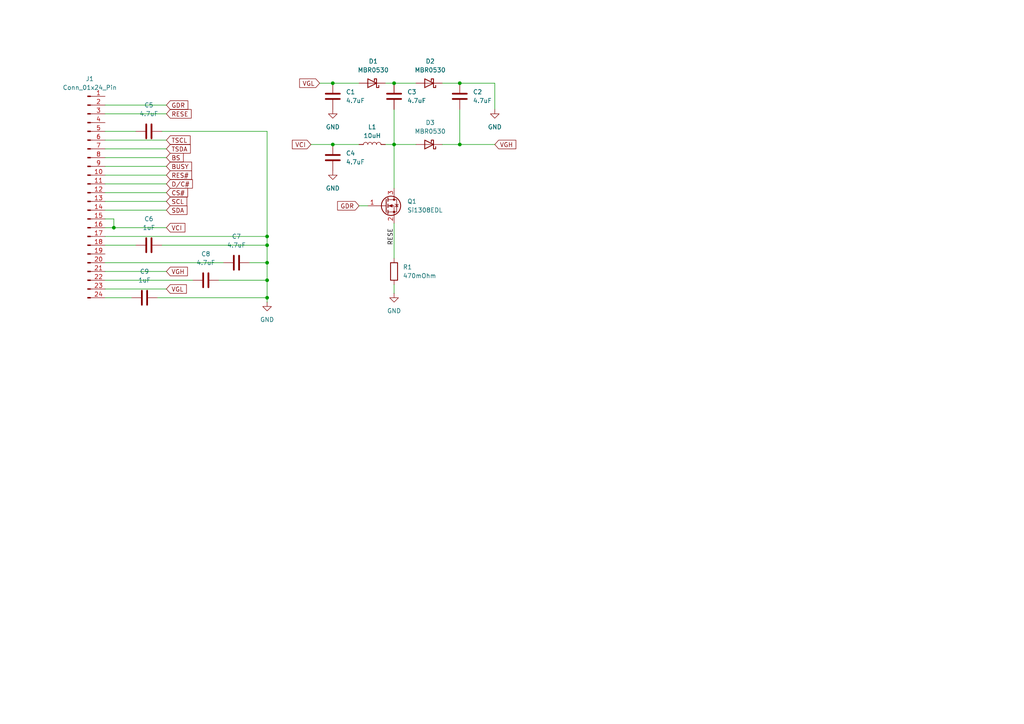
<source format=kicad_sch>
(kicad_sch (version 20231120) (generator "eeschema") (generator_version "8.0")
  (paper "A4")
  (lib_symbols
    (symbol "Connector:Conn_01x24_Pin" (pin_names (offset 1.016) hide)
      (property "Reference" "J" (at 0 30.48 0))
      (property "Value" "Conn_01x24_Pin" (at 0 -33.02 0))
      (symbol "Conn_01x24_Pin_1_1"
        (polyline (pts (xy 1.27 -30.48) (xy 0.8636 -30.48)) (stroke (width 0.1524)))
        (polyline (pts (xy 1.27 -27.94) (xy 0.8636 -27.94)) (stroke (width 0.1524)))
        (polyline (pts (xy 1.27 -25.4) (xy 0.8636 -25.4)) (stroke (width 0.1524)))
        (polyline (pts (xy 1.27 -22.86) (xy 0.8636 -22.86)) (stroke (width 0.1524)))
        (polyline (pts (xy 1.27 -20.32) (xy 0.8636 -20.32)) (stroke (width 0.1524)))
        (polyline (pts (xy 1.27 -17.78) (xy 0.8636 -17.78)) (stroke (width 0.1524)))
        (polyline (pts (xy 1.27 -15.24) (xy 0.8636 -15.24)) (stroke (width 0.1524)))
        (polyline (pts (xy 1.27 -12.7) (xy 0.8636 -12.7)) (stroke (width 0.1524)))
        (polyline (pts (xy 1.27 -10.16) (xy 0.8636 -10.16)) (stroke (width 0.1524)))
        (polyline (pts (xy 1.27 -7.62) (xy 0.8636 -7.62)) (stroke (width 0.1524)))
        (polyline (pts (xy 1.27 -5.08) (xy 0.8636 -5.08)) (stroke (width 0.1524)))
        (polyline (pts (xy 1.27 -2.54) (xy 0.8636 -2.54)) (stroke (width 0.1524)))
        (polyline (pts (xy 1.27 0) (xy 0.8636 0)) (stroke (width 0.1524)))
        (polyline (pts (xy 1.27 2.54) (xy 0.8636 2.54)) (stroke (width 0.1524)))
        (polyline (pts (xy 1.27 5.08) (xy 0.8636 5.08)) (stroke (width 0.1524)))
        (polyline (pts (xy 1.27 7.62) (xy 0.8636 7.62)) (stroke (width 0.1524)))
        (polyline (pts (xy 1.27 10.16) (xy 0.8636 10.16)) (stroke (width 0.1524)))
        (polyline (pts (xy 1.27 12.7) (xy 0.8636 12.7)) (stroke (width 0.1524)))
        (polyline (pts (xy 1.27 15.24) (xy 0.8636 15.24)) (stroke (width 0.1524)))
        (polyline (pts (xy 1.27 17.78) (xy 0.8636 17.78)) (stroke (width 0.1524)))
        (polyline (pts (xy 1.27 20.32) (xy 0.8636 20.32)) (stroke (width 0.1524)))
        (polyline (pts (xy 1.27 22.86) (xy 0.8636 22.86)) (stroke (width 0.1524)))
        (polyline (pts (xy 1.27 25.4) (xy 0.8636 25.4)) (stroke (width 0.1524)))
        (polyline (pts (xy 1.27 27.94) (xy 0.8636 27.94)) (stroke (width 0.1524)))
        (rectangle (start 0.8636 -30.353) (end 0 -30.607) (stroke (width 0.1524)) (fill (type outline)))
        (rectangle (start 0.8636 -27.813) (end 0 -28.067) (stroke (width 0.1524)) (fill (type outline)))
        (rectangle (start 0.8636 -25.273) (end 0 -25.527) (stroke (width 0.1524)) (fill (type outline)))
        (rectangle (start 0.8636 -22.733) (end 0 -22.987) (stroke (width 0.1524)) (fill (type outline)))
        (rectangle (start 0.8636 -20.193) (end 0 -20.447) (stroke (width 0.1524)) (fill (type outline)))
        (rectangle (start 0.8636 -17.653) (end 0 -17.907) (stroke (width 0.1524)) (fill (type outline)))
        (rectangle (start 0.8636 -15.113) (end 0 -15.367) (stroke (width 0.1524)) (fill (type outline)))
        (rectangle (start 0.8636 -12.573) (end 0 -12.827) (stroke (width 0.1524)) (fill (type outline)))
        (rectangle (start 0.8636 -10.033) (end 0 -10.287) (stroke (width 0.1524)) (fill (type outline)))
        (rectangle (start 0.8636 -7.493) (end 0 -7.747) (stroke (width 0.1524)) (fill (type outline)))
        (rectangle (start 0.8636 -4.953) (end 0 -5.207) (stroke (width 0.1524)) (fill (type outline)))
        (rectangle (start 0.8636 -2.413) (end 0 -2.667) (stroke (width 0.1524)) (fill (type outline)))
        (rectangle (start 0.8636 0.127) (end 0 -0.127) (stroke (width 0.1524)) (fill (type outline)))
        (rectangle (start 0.8636 2.667) (end 0 2.413) (stroke (width 0.1524)) (fill (type outline)))
        (rectangle (start 0.8636 5.207) (end 0 4.953) (stroke (width 0.1524)) (fill (type outline)))
        (rectangle (start 0.8636 7.747) (end 0 7.493) (stroke (width 0.1524)) (fill (type outline)))
        (rectangle (start 0.8636 10.287) (end 0 10.033) (stroke (width 0.1524)) (fill (type outline)))
        (rectangle (start 0.8636 12.827) (end 0 12.573) (stroke (width 0.1524)) (fill (type outline)))
        (rectangle (start 0.8636 15.367) (end 0 15.113) (stroke (width 0.1524)) (fill (type outline)))
        (rectangle (start 0.8636 17.907) (end 0 17.653) (stroke (width 0.1524)) (fill (type outline)))
        (rectangle (start 0.8636 20.447) (end 0 20.193) (stroke (width 0.1524)) (fill (type outline)))
        (rectangle (start 0.8636 22.987) (end 0 22.733) (stroke (width 0.1524)) (fill (type outline)))
        (rectangle (start 0.8636 25.527) (end 0 25.273) (stroke (width 0.1524)) (fill (type outline)))
        (rectangle (start 0.8636 28.067) (end 0 27.813) (stroke (width 0.1524)) (fill (type outline)))
        (pin passive line (at 5.08 27.94 180) (length 3.81) (name "Pin_1") (number "1"))
        (pin passive line (at 5.08 5.08 180) (length 3.81) (name "Pin_10") (number "10"))
        (pin passive line (at 5.08 2.54 180) (length 3.81) (name "Pin_11") (number "11"))
        (pin passive line (at 5.08 0 180) (length 3.81) (name "Pin_12") (number "12"))
        (pin passive line (at 5.08 -2.54 180) (length 3.81) (name "Pin_13") (number "13"))
        (pin passive line (at 5.08 -5.08 180) (length 3.81) (name "Pin_14") (number "14"))
        (pin passive line (at 5.08 -7.62 180) (length 3.81) (name "Pin_15") (number "15"))
        (pin passive line (at 5.08 -10.16 180) (length 3.81) (name "Pin_16") (number "16"))
        (pin passive line (at 5.08 -12.7 180) (length 3.81) (name "Pin_17") (number "17"))
        (pin passive line (at 5.08 -15.24 180) (length 3.81) (name "Pin_18") (number "18"))
        (pin passive line (at 5.08 -17.78 180) (length 3.81) (name "Pin_19") (number "19"))
        (pin passive line (at 5.08 25.4 180) (length 3.81) (name "Pin_2") (number "2"))
        (pin passive line (at 5.08 -20.32 180) (length 3.81) (name "Pin_20") (number "20"))
        (pin passive line (at 5.08 -22.86 180) (length 3.81) (name "Pin_21") (number "21"))
        (pin passive line (at 5.08 -25.4 180) (length 3.81) (name "Pin_22") (number "22"))
        (pin passive line (at 5.08 -27.94 180) (length 3.81) (name "Pin_23") (number "23"))
        (pin passive line (at 5.08 -30.48 180) (length 3.81) (name "Pin_24") (number "24"))
        (pin passive line (at 5.08 22.86 180) (length 3.81) (name "Pin_3") (number "3"))
        (pin passive line (at 5.08 20.32 180) (length 3.81) (name "Pin_4") (number "4"))
        (pin passive line (at 5.08 17.78 180) (length 3.81) (name "Pin_5") (number "5"))
        (pin passive line (at 5.08 15.24 180) (length 3.81) (name "Pin_6") (number "6"))
        (pin passive line (at 5.08 12.7 180) (length 3.81) (name "Pin_7") (number "7"))
        (pin passive line (at 5.08 10.16 180) (length 3.81) (name "Pin_8") (number "8"))
        (pin passive line (at 5.08 7.62 180) (length 3.81) (name "Pin_9") (number "9"))
      )
    )
    (symbol "Device:C" (pin_numbers hide) (pin_names (offset 0.254))
      (property "Reference" "C" (at 0.635 2.54 0))
      (property "Value" "C" (at 0.635 -2.54 0))
      (symbol "C_0_1"
        (polyline (pts (xy -2.032 -0.762) (xy 2.032 -0.762)) (stroke (width 0.508)))
        (polyline (pts (xy -2.032 0.762) (xy 2.032 0.762)) (stroke (width 0.508)))
      )
      (symbol "C_1_1"
        (pin passive line (at 0 3.81 270) (length 2.794) (name "~") (number "1"))
        (pin passive line (at 0 -3.81 90) (length 2.794) (name "~") (number "2"))
      )
    )
    (symbol "Device:L" (pin_numbers hide) (pin_names (offset 1.016) hide)
      (property "Reference" "L" (at -1.27 0 90))
      (property "Value" "L" (at 1.905 0 90))
      (symbol "L_0_1"
        (arc (start 0 -2.54) (mid 0.6323 -1.905) (end 0 -1.27))
        (arc (start 0 -1.27) (mid 0.6323 -0.635) (end 0 0))
        (arc (start 0 0) (mid 0.6323 0.635) (end 0 1.27))
        (arc (start 0 1.27) (mid 0.6323 1.905) (end 0 2.54))
      )
      (symbol "L_1_1"
        (pin passive line (at 0 3.81 270) (length 1.27) (name "1") (number "1"))
        (pin passive line (at 0 -3.81 90) (length 1.27) (name "2") (number "2"))
      )
    )
    (symbol "Device:R" (pin_numbers hide) (pin_names (offset 0))
      (property "Reference" "R" (at 2.032 0 90))
      (property "Value" "R" (at 0 0 90))
      (symbol "R_0_1"
        (rectangle (start -1.016 -2.54) (end 1.016 2.54) (stroke (width 0.254)))
      )
      (symbol "R_1_1"
        (pin passive line (at 0 3.81 270) (length 1.27) (name "~") (number "1"))
        (pin passive line (at 0 -3.81 90) (length 1.27) (name "~") (number "2"))
      )
    )
    (symbol "Diode:MBR0530" (pin_numbers hide) (pin_names (offset 1.016) hide)
      (property "Reference" "D" (at 0 2.54 0))
      (property "Value" "MBR0530" (at 0 -2.54 0))
      (symbol "MBR0530_0_1"
        (polyline (pts (xy 1.27 0) (xy -1.27 0)))
        (polyline (pts (xy 1.27 1.27) (xy 1.27 -1.27) (xy -1.27 0) (xy 1.27 1.27)) (stroke (width 0.254)))
        (polyline (pts (xy -1.905 0.635) (xy -1.905 1.27) (xy -1.27 1.27) (xy -1.27 -1.27) (xy -0.635 -1.27) (xy -0.635 -0.635)) (stroke (width 0.254)))
      )
      (symbol "MBR0530_1_1"
        (pin passive line (at -3.81 0 0) (length 2.54) (name "K") (number "1"))
        (pin passive line (at 3.81 0 180) (length 2.54) (name "A") (number "2"))
      )
    )
    (symbol "Transistor_FET:Si1308EDL" (pin_names hide)
      (property "Reference" "Q" (at 5.08 1.905 0))
      (property "Value" "Si1308EDL" (at 5.08 0 0))
      (symbol "Si1308EDL_0_1"
        (polyline (pts (xy 0.254 0) (xy -2.54 0)))
        (polyline (pts (xy 0.254 1.905) (xy 0.254 -1.905)) (stroke (width 0.254)))
        (polyline (pts (xy 0.762 -1.27) (xy 0.762 -2.286)) (stroke (width 0.254)))
        (polyline (pts (xy 0.762 0.508) (xy 0.762 -0.508)) (stroke (width 0.254)))
        (polyline (pts (xy 0.762 2.286) (xy 0.762 1.27)) (stroke (width 0.254)))
        (polyline (pts (xy 2.54 2.54) (xy 2.54 1.778)))
        (polyline (pts (xy 2.54 -2.54) (xy 2.54 0) (xy 0.762 0)))
        (polyline (pts (xy 0.762 -1.778) (xy 3.302 -1.778) (xy 3.302 1.778) (xy 0.762 1.778)))
        (polyline (pts (xy 1.016 0) (xy 2.032 0.381) (xy 2.032 -0.381) (xy 1.016 0)) (fill (type outline)))
        (polyline (pts (xy 2.794 0.508) (xy 2.921 0.381) (xy 3.683 0.381) (xy 3.81 0.254)))
        (polyline (pts (xy 3.302 0.381) (xy 2.921 -0.254) (xy 3.683 -0.254) (xy 3.302 0.381)))
        (circle (center 1.651 0) (radius 2.794) (stroke (width 0.254)))
        (circle (center 2.54 -1.778) (radius 0.254) (fill (type outline)))
        (circle (center 2.54 1.778) (radius 0.254) (fill (type outline)))
      )
      (symbol "Si1308EDL_1_1"
        (pin input line (at -5.08 0 0) (length 2.54) (name "G") (number "1"))
        (pin passive line (at 2.54 -5.08 90) (length 2.54) (name "S") (number "2"))
        (pin passive line (at 2.54 5.08 270) (length 2.54) (name "D") (number "3"))
      )
    )
    (symbol "power:GND" (power) (pin_numbers hide) (pin_names (offset 0) hide)
      (property "Value" "GND" (at 0 -3.81 0))
      (symbol "GND_0_1"
        (polyline (pts (xy 0 0) (xy 0 -1.27) (xy 1.27 -1.27) (xy 0 -2.54) (xy -1.27 -1.27) (xy 0 -1.27)))
      )
      (symbol "GND_1_1"
        (pin power_in line (at 0 0 270) (length 0) (name "~") (number "1"))
      )
    )
  )
  (junction (at 77.47 86.36))
  (junction (at 133.35 24.13))
  (junction (at 96.52 41.91))
  (junction (at 77.47 81.28))
  (junction (at 114.3 41.91))
  (junction (at 96.52 24.13))
  (junction (at 77.47 76.2))
  (junction (at 133.35 41.91))
  (junction (at 77.47 68.58))
  (junction (at 77.47 71.12))
  (junction (at 114.3 24.13))
  (junction (at 33.02 66.04))
  (wire (pts (xy 30.48 63.5) (xy 33.02 63.5)))
  (wire (pts (xy 77.47 76.2) (xy 77.47 81.28)))
  (wire (pts (xy 30.48 66.04) (xy 33.02 66.04)))
  (wire (pts (xy 30.48 53.34) (xy 48.26 53.34)))
  (wire (pts (xy 114.3 31.75) (xy 114.3 41.91)))
  (wire (pts (xy 114.3 41.91) (xy 114.3 54.61)))
  (wire (pts (xy 30.48 38.1) (xy 39.37 38.1)))
  (wire (pts (xy 30.48 40.64) (xy 48.26 40.64)))
  (wire (pts (xy 30.48 71.12) (xy 39.37 71.12)))
  (wire (pts (xy 63.5 81.28) (xy 77.47 81.28)))
  (wire (pts (xy 30.48 45.72) (xy 48.26 45.72)))
  (wire (pts (xy 30.48 33.02) (xy 48.26 33.02)))
  (wire (pts (xy 104.14 59.69) (xy 106.68 59.69)))
  (wire (pts (xy 30.48 86.36) (xy 38.1 86.36)))
  (wire (pts (xy 96.52 24.13) (xy 104.14 24.13)))
  (wire (pts (xy 114.3 41.91) (xy 120.65 41.91)))
  (wire (pts (xy 133.35 41.91) (xy 143.51 41.91)))
  (wire (pts (xy 30.48 83.82) (xy 48.26 83.82)))
  (wire (pts (xy 111.76 41.91) (xy 114.3 41.91)))
  (wire (pts (xy 46.99 38.1) (xy 77.47 38.1)))
  (wire (pts (xy 114.3 82.55) (xy 114.3 85.09)))
  (wire (pts (xy 30.48 78.74) (xy 48.26 78.74)))
  (wire (pts (xy 30.48 30.48) (xy 48.26 30.48)))
  (wire (pts (xy 77.47 68.58) (xy 77.47 71.12)))
  (wire (pts (xy 128.27 41.91) (xy 133.35 41.91)))
  (wire (pts (xy 143.51 24.13) (xy 143.51 31.75)))
  (wire (pts (xy 30.48 48.26) (xy 48.26 48.26)))
  (wire (pts (xy 45.72 86.36) (xy 77.47 86.36)))
  (wire (pts (xy 72.39 76.2) (xy 77.47 76.2)))
  (wire (pts (xy 128.27 24.13) (xy 133.35 24.13)))
  (wire (pts (xy 77.47 71.12) (xy 77.47 76.2)))
  (wire (pts (xy 114.3 24.13) (xy 120.65 24.13)))
  (wire (pts (xy 46.99 71.12) (xy 77.47 71.12)))
  (wire (pts (xy 30.48 68.58) (xy 77.47 68.58)))
  (wire (pts (xy 30.48 81.28) (xy 55.88 81.28)))
  (wire (pts (xy 33.02 66.04) (xy 48.26 66.04)))
  (wire (pts (xy 77.47 81.28) (xy 77.47 86.36)))
  (wire (pts (xy 77.47 38.1) (xy 77.47 68.58)))
  (wire (pts (xy 77.47 86.36) (xy 77.47 87.63)))
  (wire (pts (xy 111.76 24.13) (xy 114.3 24.13)))
  (wire (pts (xy 92.71 24.13) (xy 96.52 24.13)))
  (wire (pts (xy 30.48 43.18) (xy 48.26 43.18)))
  (wire (pts (xy 30.48 60.96) (xy 48.26 60.96)))
  (wire (pts (xy 30.48 76.2) (xy 64.77 76.2)))
  (wire (pts (xy 30.48 50.8) (xy 48.26 50.8)))
  (wire (pts (xy 133.35 24.13) (xy 143.51 24.13)))
  (wire (pts (xy 30.48 58.42) (xy 48.26 58.42)))
  (wire (pts (xy 33.02 63.5) (xy 33.02 66.04)))
  (wire (pts (xy 90.17 41.91) (xy 96.52 41.91)))
  (wire (pts (xy 96.52 41.91) (xy 104.14 41.91)))
  (wire (pts (xy 30.48 55.88) (xy 48.26 55.88)))
  (wire (pts (xy 114.3 64.77) (xy 114.3 74.93)))
  (wire (pts (xy 133.35 31.75) (xy 133.35 41.91)))
  (label "RESE" (at 114.3 71.12 90))
  (global_label "BS" (shape input) (at 48.26 45.72 0) (property "Intersheetrefs" "${INTERSHEET_REFS}" (effects (hide yes))))
  (global_label "VGH" (shape input) (at 143.51 41.91 0) (property "Intersheetrefs" "${INTERSHEET_REFS}" (effects (hide yes))))
  (global_label "RESE" (shape input) (at 48.26 33.02 0) (property "Intersheetrefs" "${INTERSHEET_REFS}" (effects (hide yes))))
  (global_label "BUSY" (shape input) (at 48.26 48.26 0) (property "Intersheetrefs" "${INTERSHEET_REFS}" (effects (hide yes))))
  (global_label "VGL" (shape input) (at 92.71 24.13 180) (property "Intersheetrefs" "${INTERSHEET_REFS}" (effects (hide yes))))
  (global_label "VGH" (shape input) (at 48.26 78.74 0) (property "Intersheetrefs" "${INTERSHEET_REFS}" (effects (hide yes))))
  (global_label "VCI" (shape input) (at 48.26 66.04 0) (property "Intersheetrefs" "${INTERSHEET_REFS}" (effects (hide yes))))
  (global_label "CS#" (shape input) (at 48.26 55.88 0) (property "Intersheetrefs" "${INTERSHEET_REFS}" (effects (hide yes))))
  (global_label "SDA" (shape input) (at 48.26 60.96 0) (property "Intersheetrefs" "${INTERSHEET_REFS}" (effects (hide yes))))
  (global_label "GDR" (shape input) (at 48.26 30.48 0) (property "Intersheetrefs" "${INTERSHEET_REFS}" (effects (hide yes))))
  (global_label "SCL" (shape input) (at 48.26 58.42 0) (property "Intersheetrefs" "${INTERSHEET_REFS}" (effects (hide yes))))
  (global_label "D{slash}C#" (shape input) (at 48.26 53.34 0) (property "Intersheetrefs" "${INTERSHEET_REFS}" (effects (hide yes))))
  (global_label "RES#" (shape input) (at 48.26 50.8 0) (property "Intersheetrefs" "${INTERSHEET_REFS}" (effects (hide yes))))
  (global_label "TSCL" (shape input) (at 48.26 40.64 0) (property "Intersheetrefs" "${INTERSHEET_REFS}" (effects (hide yes))))
  (global_label "TSDA" (shape input) (at 48.26 43.18 0) (property "Intersheetrefs" "${INTERSHEET_REFS}" (effects (hide yes))))
  (global_label "VCI" (shape input) (at 90.17 41.91 180) (property "Intersheetrefs" "${INTERSHEET_REFS}" (effects (hide yes))))
  (global_label "VGL" (shape input) (at 48.26 83.82 0) (property "Intersheetrefs" "${INTERSHEET_REFS}" (effects (hide yes))))
  (global_label "GDR" (shape input) (at 104.14 59.69 180) (property "Intersheetrefs" "${INTERSHEET_REFS}" (effects (hide yes))))
  (symbol (lib_id "Device:C") (at 68.58 76.2 90) (unit 1)
    (property "Reference" "C7" (at 68.58 68.58 90))
    (property "Value" "4.7uF" (at 68.58 71.12 90))
    (property "Footprint" "Capacitor_SMD:C_1206_3216Metric" (effects (hide yes)))
    (property "Description" "Unpolarized capacitor" (effects (hide yes)))
    (property "LCSC Part" "C132148" (effects (hide yes)))
  )
  (symbol (lib_id "Device:C") (at 43.18 71.12 90) (unit 1)
    (property "Reference" "C6" (at 43.18 63.5 90))
    (property "Value" "1uF" (at 43.18 66.04 90))
    (property "Footprint" "Capacitor_SMD:C_1206_3216Metric" (effects (hide yes)))
    (property "Description" "Unpolarized capacitor" (effects (hide yes)))
    (property "LCSC Part" "C28322" (effects (hide yes)))
  )
  (symbol (lib_id "power:GND") (at 114.3 85.09 0) (unit 1)
    (property "Reference" "#PWR05" (effects (hide yes)))
    (property "Value" "GND" (at 114.3 90.17 0))
    (property "Description" "Power symbol creates a global label with name \"GND\" , ground" (effects (hide yes)))
  )
  (symbol (lib_id "Device:C") (at 114.3 27.94 0) (unit 1)
    (property "Reference" "C3" (at 118.11 26.6699 0) (effects (justify left)))
    (property "Value" "4.7uF" (at 118.11 29.2099 0) (effects (justify left)))
    (property "Footprint" "Capacitor_SMD:C_1206_3216Metric" (effects (hide yes)))
    (property "Description" "Unpolarized capacitor" (effects (hide yes)))
    (property "LCSC Part" "C132148" (effects (hide yes)))
  )
  (symbol (lib_id "power:GND") (at 96.52 31.75 0) (unit 1)
    (property "Reference" "#PWR02" (effects (hide yes)))
    (property "Value" "GND" (at 96.52 36.83 0))
    (property "Description" "Power symbol creates a global label with name \"GND\" , ground" (effects (hide yes)))
  )
  (symbol (lib_id "Device:C") (at 41.91 86.36 90) (unit 1)
    (property "Reference" "C9" (at 41.91 78.74 90))
    (property "Value" "1uF" (at 41.91 81.28 90))
    (property "Footprint" "Capacitor_SMD:C_1206_3216Metric" (effects (hide yes)))
    (property "Description" "Unpolarized capacitor" (effects (hide yes)))
    (property "LCSC Part" "C28322" (effects (hide yes)))
  )
  (symbol (lib_id "Device:L") (at 107.95 41.91 90) (unit 1)
    (property "Reference" "L1" (at 107.95 36.83 90))
    (property "Value" "10uH" (at 107.95 39.37 90))
    (property "Footprint" "Inductor_SMD:L_TDK_VLS6045EX_VLS6045AF" (effects (hide yes)))
    (property "Description" "Inductor" (effects (hide yes)))
    (property "LCSC Part" "C360734" (effects (hide yes)))
  )
  (symbol (lib_id "Device:C") (at 133.35 27.94 0) (unit 1)
    (property "Reference" "C2" (at 137.16 26.6699 0) (effects (justify left)))
    (property "Value" "4.7uF" (at 137.16 29.2099 0) (effects (justify left)))
    (property "Footprint" "Capacitor_SMD:C_1206_3216Metric" (effects (hide yes)))
    (property "Description" "Unpolarized capacitor" (effects (hide yes)))
    (property "LCSC Part" "C132148" (effects (hide yes)))
  )
  (symbol (lib_id "Device:C") (at 96.52 45.72 0) (unit 1)
    (property "Reference" "C4" (at 100.33 44.4499 0) (effects (justify left)))
    (property "Value" "4.7uF" (at 100.33 46.9899 0) (effects (justify left)))
    (property "Footprint" "Capacitor_SMD:C_1206_3216Metric" (effects (hide yes)))
    (property "Description" "Unpolarized capacitor" (effects (hide yes)))
    (property "LCSC Part" "C132148" (effects (hide yes)))
  )
  (symbol (lib_id "power:GND") (at 77.47 87.63 0) (unit 1)
    (property "Reference" "#PWR01" (effects (hide yes)))
    (property "Value" "GND" (at 77.47 92.71 0))
    (property "Description" "Power symbol creates a global label with name \"GND\" , ground" (effects (hide yes)))
  )
  (symbol (lib_id "Device:C") (at 43.18 38.1 90) (unit 1)
    (property "Reference" "C5" (at 43.18 30.48 90))
    (property "Value" "4.7uF" (at 43.18 33.02 90))
    (property "Footprint" "Capacitor_SMD:C_1206_3216Metric" (effects (hide yes)))
    (property "Description" "Unpolarized capacitor" (effects (hide yes)))
    (property "LCSC Part" "C132148" (effects (hide yes)))
  )
  (symbol (lib_id "power:GND") (at 96.52 49.53 0) (unit 1)
    (property "Reference" "#PWR04" (effects (hide yes)))
    (property "Value" "GND" (at 96.52 54.61 0))
    (property "Description" "Power symbol creates a global label with name \"GND\" , ground" (effects (hide yes)))
  )
  (symbol (lib_id "Connector:Conn_01x24_Pin") (at 25.4 55.88 0) (unit 1)
    (property "Reference" "J1" (at 26.035 22.86 0))
    (property "Value" "Conn_01x24_Pin" (at 26.035 25.4 0))
    (property "Footprint" "Connector_FFC-FPC:Jushuo_AFC07-S24FCA-00_1x24-1MP_P0.50_Horizontal" (effects (hide yes)))
    (property "Description" "Generic connector, single row, 01x24, script generated" (effects (hide yes)))
  )
  (symbol (lib_id "Device:C") (at 59.69 81.28 90) (unit 1)
    (property "Reference" "C8" (at 59.69 73.66 90))
    (property "Value" "4.7uF" (at 59.69 76.2 90))
    (property "Footprint" "Capacitor_SMD:C_1206_3216Metric" (effects (hide yes)))
    (property "Description" "Unpolarized capacitor" (effects (hide yes)))
    (property "LCSC Part" "C132148" (effects (hide yes)))
  )
  (symbol (lib_id "Device:C") (at 96.52 27.94 0) (unit 1)
    (property "Reference" "C1" (at 100.33 26.6699 0) (effects (justify left)))
    (property "Value" "4.7uF" (at 100.33 29.2099 0) (effects (justify left)))
    (property "Footprint" "Capacitor_SMD:C_1206_3216Metric" (effects (hide yes)))
    (property "Description" "Unpolarized capacitor" (effects (hide yes)))
    (property "LCSC Part" "C132148" (effects (hide yes)))
  )
  (symbol (lib_id "Diode:MBR0530") (at 107.95 24.13 180) (unit 1)
    (property "Reference" "D1" (at 108.2675 17.78 0))
    (property "Value" "MBR0530" (at 108.2675 20.32 0))
    (property "Footprint" "Diode_SMD:D_SOD-123" (effects (hide yes)))
    (property "Datasheet" "http://www.mccsemi.com/up_pdf/MBR0520~MBR0580(SOD123).pdf" (effects (hide yes)))
    (property "Description" "30V 0.5A Schottky Power Rectifier Diode, SOD-123" (effects (hide yes)))
    (property "LCSC Part" "C41383968" (effects (hide yes)))
  )
  (symbol (lib_id "Transistor_FET:Si1308EDL") (at 111.76 59.69 0) (unit 1)
    (property "Reference" "Q1" (at 118.11 58.4199 0) (effects (justify left)))
    (property "Value" "Si1308EDL" (at 118.11 60.9599 0) (effects (justify left)))
    (property "Footprint" "Package_TO_SOT_SMD:SOT-323_SC-70" (effects (hide yes)))
    (property "Datasheet" "https://www.vishay.com/docs/63399/si1308edl.pdf" (effects (hide yes)))
    (property "Description" "30V Vds, 1.4A Id, N-Channel MOSFET, SC-70" (effects (hide yes)))
    (property "LCSC Part" "C7603347" (effects (hide yes)))
  )
  (symbol (lib_id "Device:R") (at 114.3 78.74 0) (unit 1)
    (property "Reference" "R1" (at 116.84 77.4699 0) (effects (justify left)))
    (property "Value" "470mOhm" (at 116.84 80.0099 0) (effects (justify left)))
    (property "Footprint" "Resistor_SMD:R_0805_2012Metric" (effects (hide yes)))
    (property "Description" "Resistor" (effects (hide yes)))
    (property "LCSC Part" "C705493" (effects (hide yes)))
  )
  (symbol (lib_id "Diode:MBR0530") (at 124.46 41.91 180) (unit 1)
    (property "Reference" "D3" (at 124.7775 35.56 0))
    (property "Value" "MBR0530" (at 124.7775 38.1 0))
    (property "Footprint" "Diode_SMD:D_SOD-123" (effects (hide yes)))
    (property "Datasheet" "http://www.mccsemi.com/up_pdf/MBR0520~MBR0580(SOD123).pdf" (effects (hide yes)))
    (property "Description" "30V 0.5A Schottky Power Rectifier Diode, SOD-123" (effects (hide yes)))
    (property "LCSC Part" "C41383968" (effects (hide yes)))
  )
  (symbol (lib_id "Diode:MBR0530") (at 124.46 24.13 180) (unit 1)
    (property "Reference" "D2" (at 124.7775 17.78 0))
    (property "Value" "MBR0530" (at 124.7775 20.32 0))
    (property "Footprint" "Diode_SMD:D_SOD-123" (effects (hide yes)))
    (property "Datasheet" "http://www.mccsemi.com/up_pdf/MBR0520~MBR0580(SOD123).pdf" (effects (hide yes)))
    (property "Description" "30V 0.5A Schottky Power Rectifier Diode, SOD-123" (effects (hide yes)))
    (property "LCSC Part" "C41383968" (effects (hide yes)))
  )
  (symbol (lib_id "power:GND") (at 143.51 31.75 0) (unit 1)
    (property "Reference" "#PWR03" (effects (hide yes)))
    (property "Value" "GND" (at 143.51 36.83 0))
    (property "Description" "Power symbol creates a global label with name \"GND\" , ground" (effects (hide yes)))
  )
)
</source>
